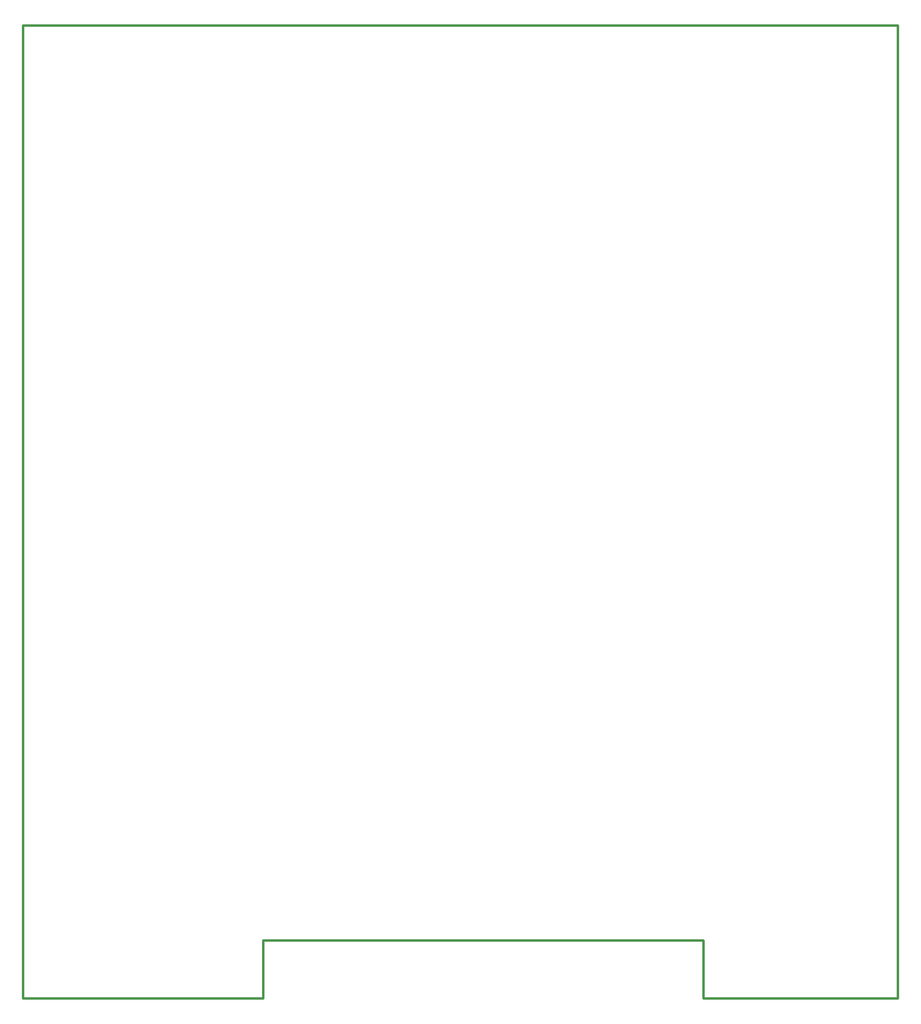
<source format=gko>
G04 Layer_Color=16711935*
%FSLAX24Y24*%
%MOIN*%
G70*
G01*
G75*
%ADD12C,0.0200*%
D12*
X72000Y0D02*
Y80000D01*
X57500D02*
X72000D01*
X15000D02*
X57500D01*
X0D02*
X15000D01*
X0Y0D02*
Y80000D01*
Y0D02*
X19750D01*
Y4750D01*
X56000D01*
Y0D02*
Y4750D01*
Y0D02*
X72000D01*
M02*

</source>
